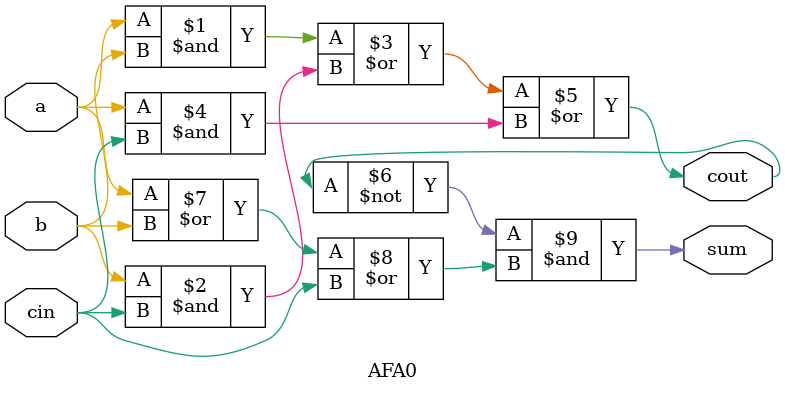
<source format=v>
module AFA0(
    // error when input '111'
    input  wire a,
    input  wire b,
    input  wire cin,
    output wire cout,
    output wire sum
);

    assign cout = (a & b) | (b & cin) | (a & cin);
    assign sum = ~cout & (a | b | cin);

endmodule

</source>
